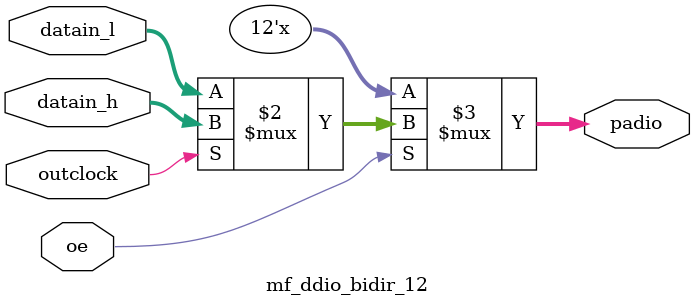
<source format=v>
/*  This file is part of JTFRAME.
    JTFRAME program is free software: you can redistribute it and/or modify
    it under the terms of the GNU General Public License as published by
    the Free Software Foundation, either version 3 of the License, or
    (at your option) any later version.

    JTFRAME program is distributed in the hope that it will be useful,
    but WITHOUT ANY WARRANTY; without even the implied warranty of
    MERCHANTABILITY or FITNESS FOR A PARTICULAR PURPOSE.  See the
    GNU General Public License for more details.

    You should have received a copy of the GNU General Public License
    along with JTFRAME.  If not, see <http://www.gnu.org/licenses/>.

    Author: Jose Tejada Gomez. Twitter: @topapate
    Version: 1.0
    Date: 7-8-2022 */

module mf_ddio_bidir_12(
    input           outclock,
    input           oe,
    input    [11:0] datain_h,
    input    [11:0] datain_l,
    output   [11:0] padio
);

assign padio = !oe ? 12'hzzz : outclock ? datain_h : datain_l;

endmodule
</source>
